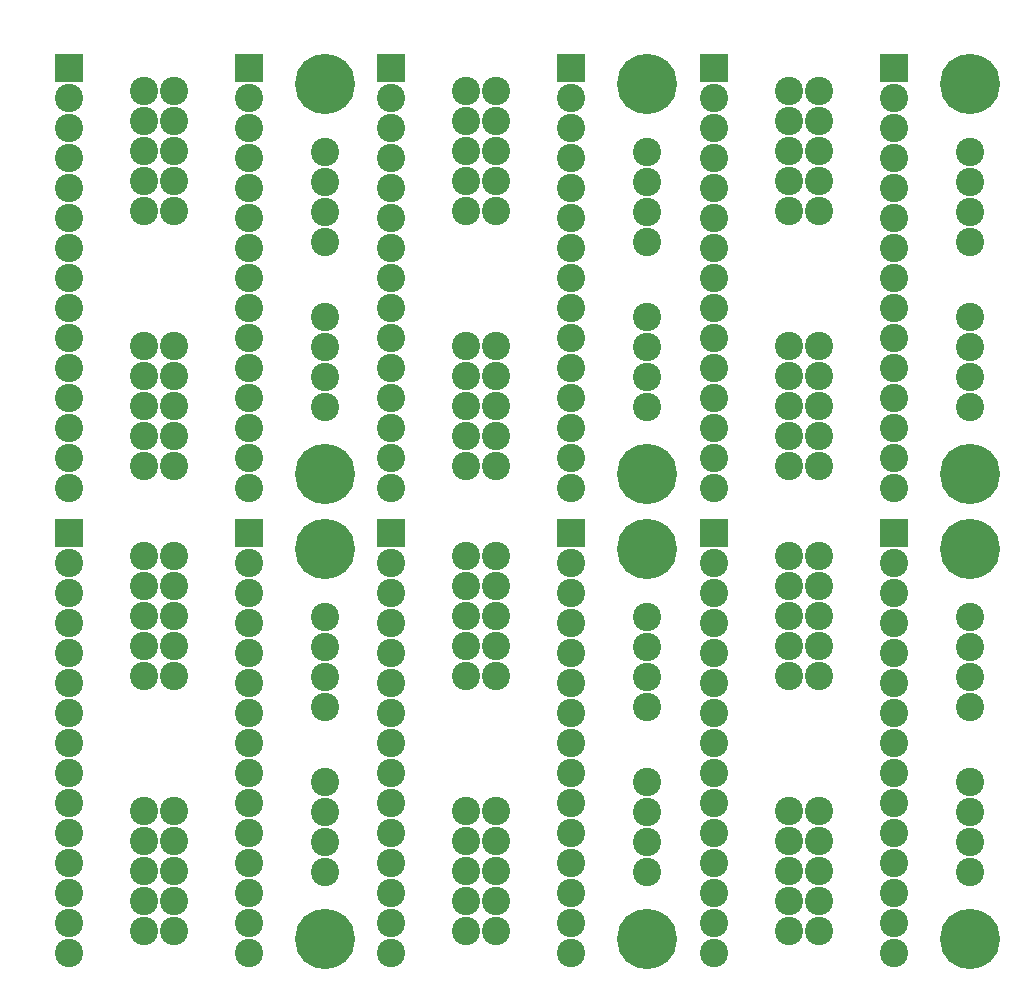
<source format=gbr>
%FSLAX34Y34*%
%MOMM*%
%LNSOLDERMASK_BOTTOM*%
G71*
G01*
%ADD10C, 2.400*%
%ADD11C, 5.100*%
%LPD*%
G36*
X25300Y-31596D02*
X49300Y-31596D01*
X49300Y-55596D01*
X25300Y-55596D01*
X25300Y-31596D01*
G37*
G36*
X177700Y-31596D02*
X201700Y-31596D01*
X201700Y-55596D01*
X177700Y-55596D01*
X177700Y-31596D01*
G37*
X37300Y-68996D02*
G54D10*
D03*
X37300Y-94396D02*
G54D10*
D03*
X37300Y-119742D02*
G54D10*
D03*
X37300Y-145196D02*
G54D10*
D03*
X37300Y-170596D02*
G54D10*
D03*
X37300Y-195996D02*
G54D10*
D03*
X37300Y-221396D02*
G54D10*
D03*
X37300Y-246796D02*
G54D10*
D03*
X37300Y-272196D02*
G54D10*
D03*
X37300Y-297596D02*
G54D10*
D03*
X37300Y-322996D02*
G54D10*
D03*
X37300Y-348396D02*
G54D10*
D03*
X37300Y-373796D02*
G54D10*
D03*
X37300Y-399196D02*
G54D10*
D03*
X189700Y-399196D02*
G54D10*
D03*
X189700Y-373796D02*
G54D10*
D03*
X189700Y-348396D02*
G54D10*
D03*
X189700Y-322996D02*
G54D10*
D03*
X189700Y-297596D02*
G54D10*
D03*
X189700Y-272196D02*
G54D10*
D03*
X189700Y-246796D02*
G54D10*
D03*
X189700Y-221396D02*
G54D10*
D03*
X189700Y-195996D02*
G54D10*
D03*
X189700Y-170596D02*
G54D10*
D03*
X189700Y-145196D02*
G54D10*
D03*
X189700Y-119796D02*
G54D10*
D03*
X189700Y-94396D02*
G54D10*
D03*
X189700Y-68996D02*
G54D10*
D03*
X100800Y-62646D02*
G54D10*
D03*
X126200Y-62646D02*
G54D10*
D03*
X126200Y-88046D02*
G54D10*
D03*
X100800Y-88046D02*
G54D10*
D03*
X100800Y-113446D02*
G54D10*
D03*
X100800Y-138846D02*
G54D10*
D03*
X100800Y-164246D02*
G54D10*
D03*
X126200Y-164246D02*
G54D10*
D03*
X126200Y-138846D02*
G54D10*
D03*
X126200Y-113446D02*
G54D10*
D03*
X100800Y-278546D02*
G54D10*
D03*
X126200Y-278546D02*
G54D10*
D03*
X126200Y-303946D02*
G54D10*
D03*
X100800Y-303946D02*
G54D10*
D03*
X100800Y-329346D02*
G54D10*
D03*
X126200Y-329346D02*
G54D10*
D03*
X126200Y-354746D02*
G54D10*
D03*
X100800Y-354746D02*
G54D10*
D03*
X100800Y-380146D02*
G54D10*
D03*
X126200Y-380146D02*
G54D10*
D03*
X254000Y-190500D02*
G54D10*
D03*
X254000Y-165100D02*
G54D10*
D03*
X254000Y-139700D02*
G54D10*
D03*
X254000Y-114300D02*
G54D10*
D03*
X254000Y-330200D02*
G54D10*
D03*
X254000Y-304800D02*
G54D10*
D03*
X254000Y-279400D02*
G54D10*
D03*
X254000Y-254000D02*
G54D10*
D03*
X254000Y-190500D02*
G54D10*
D03*
X254000Y-330200D02*
G54D10*
D03*
X254000Y-387350D02*
G54D11*
D03*
X254000Y-57150D02*
G54D11*
D03*
G36*
X298350Y-31596D02*
X322350Y-31596D01*
X322350Y-55596D01*
X298350Y-55596D01*
X298350Y-31596D01*
G37*
G36*
X450750Y-31596D02*
X474750Y-31596D01*
X474750Y-55596D01*
X450750Y-55596D01*
X450750Y-31596D01*
G37*
X310350Y-68996D02*
G54D10*
D03*
X310350Y-94396D02*
G54D10*
D03*
X310350Y-119742D02*
G54D10*
D03*
X310350Y-145196D02*
G54D10*
D03*
X310350Y-170596D02*
G54D10*
D03*
X310350Y-195996D02*
G54D10*
D03*
X310350Y-221396D02*
G54D10*
D03*
X310350Y-246796D02*
G54D10*
D03*
X310350Y-272196D02*
G54D10*
D03*
X310350Y-297596D02*
G54D10*
D03*
X310350Y-322996D02*
G54D10*
D03*
X310350Y-348396D02*
G54D10*
D03*
X310350Y-373796D02*
G54D10*
D03*
X310350Y-399196D02*
G54D10*
D03*
X462750Y-399196D02*
G54D10*
D03*
X462750Y-373796D02*
G54D10*
D03*
X462750Y-348396D02*
G54D10*
D03*
X462750Y-322996D02*
G54D10*
D03*
X462750Y-297596D02*
G54D10*
D03*
X462750Y-272196D02*
G54D10*
D03*
X462750Y-246796D02*
G54D10*
D03*
X462750Y-221396D02*
G54D10*
D03*
X462750Y-195996D02*
G54D10*
D03*
X462750Y-170596D02*
G54D10*
D03*
X462750Y-145196D02*
G54D10*
D03*
X462750Y-119796D02*
G54D10*
D03*
X462750Y-94396D02*
G54D10*
D03*
X462750Y-68996D02*
G54D10*
D03*
X373850Y-62646D02*
G54D10*
D03*
X399250Y-62646D02*
G54D10*
D03*
X399250Y-88046D02*
G54D10*
D03*
X373850Y-88046D02*
G54D10*
D03*
X373850Y-113446D02*
G54D10*
D03*
X373850Y-138846D02*
G54D10*
D03*
X373850Y-164246D02*
G54D10*
D03*
X399250Y-164246D02*
G54D10*
D03*
X399250Y-138846D02*
G54D10*
D03*
X399250Y-113446D02*
G54D10*
D03*
X373850Y-278546D02*
G54D10*
D03*
X399250Y-278546D02*
G54D10*
D03*
X399250Y-303946D02*
G54D10*
D03*
X373850Y-303946D02*
G54D10*
D03*
X373850Y-329346D02*
G54D10*
D03*
X399250Y-329346D02*
G54D10*
D03*
X399250Y-354746D02*
G54D10*
D03*
X373850Y-354746D02*
G54D10*
D03*
X373850Y-380146D02*
G54D10*
D03*
X399250Y-380146D02*
G54D10*
D03*
X527050Y-190500D02*
G54D10*
D03*
X527050Y-165100D02*
G54D10*
D03*
X527050Y-139700D02*
G54D10*
D03*
X527050Y-114300D02*
G54D10*
D03*
X527050Y-330200D02*
G54D10*
D03*
X527050Y-304800D02*
G54D10*
D03*
X527050Y-279400D02*
G54D10*
D03*
X527050Y-254000D02*
G54D10*
D03*
X527050Y-190500D02*
G54D10*
D03*
X527050Y-330200D02*
G54D10*
D03*
X527050Y-387350D02*
G54D11*
D03*
X527050Y-57150D02*
G54D11*
D03*
G36*
X571400Y-31596D02*
X595400Y-31596D01*
X595400Y-55596D01*
X571400Y-55596D01*
X571400Y-31596D01*
G37*
G36*
X723800Y-31596D02*
X747800Y-31596D01*
X747800Y-55596D01*
X723800Y-55596D01*
X723800Y-31596D01*
G37*
X583400Y-68996D02*
G54D10*
D03*
X583400Y-94396D02*
G54D10*
D03*
X583400Y-119742D02*
G54D10*
D03*
X583400Y-145196D02*
G54D10*
D03*
X583400Y-170596D02*
G54D10*
D03*
X583400Y-195996D02*
G54D10*
D03*
X583400Y-221396D02*
G54D10*
D03*
X583400Y-246796D02*
G54D10*
D03*
X583400Y-272196D02*
G54D10*
D03*
X583400Y-297596D02*
G54D10*
D03*
X583400Y-322996D02*
G54D10*
D03*
X583400Y-348396D02*
G54D10*
D03*
X583400Y-373796D02*
G54D10*
D03*
X583400Y-399196D02*
G54D10*
D03*
X735800Y-399196D02*
G54D10*
D03*
X735800Y-373796D02*
G54D10*
D03*
X735800Y-348396D02*
G54D10*
D03*
X735800Y-322996D02*
G54D10*
D03*
X735800Y-297596D02*
G54D10*
D03*
X735800Y-272196D02*
G54D10*
D03*
X735800Y-246796D02*
G54D10*
D03*
X735800Y-221396D02*
G54D10*
D03*
X735800Y-195996D02*
G54D10*
D03*
X735800Y-170596D02*
G54D10*
D03*
X735800Y-145196D02*
G54D10*
D03*
X735800Y-119796D02*
G54D10*
D03*
X735800Y-94396D02*
G54D10*
D03*
X735800Y-68996D02*
G54D10*
D03*
X646900Y-62646D02*
G54D10*
D03*
X672300Y-62646D02*
G54D10*
D03*
X672300Y-88046D02*
G54D10*
D03*
X646900Y-88046D02*
G54D10*
D03*
X646900Y-113446D02*
G54D10*
D03*
X646900Y-138846D02*
G54D10*
D03*
X646900Y-164246D02*
G54D10*
D03*
X672300Y-164246D02*
G54D10*
D03*
X672300Y-138846D02*
G54D10*
D03*
X672300Y-113446D02*
G54D10*
D03*
X646900Y-278546D02*
G54D10*
D03*
X672300Y-278546D02*
G54D10*
D03*
X672300Y-303946D02*
G54D10*
D03*
X646900Y-303946D02*
G54D10*
D03*
X646900Y-329346D02*
G54D10*
D03*
X672300Y-329346D02*
G54D10*
D03*
X672300Y-354746D02*
G54D10*
D03*
X646900Y-354746D02*
G54D10*
D03*
X646900Y-380146D02*
G54D10*
D03*
X672300Y-380146D02*
G54D10*
D03*
X800100Y-190500D02*
G54D10*
D03*
X800100Y-165100D02*
G54D10*
D03*
X800100Y-139700D02*
G54D10*
D03*
X800100Y-114300D02*
G54D10*
D03*
X800100Y-330200D02*
G54D10*
D03*
X800100Y-304800D02*
G54D10*
D03*
X800100Y-279400D02*
G54D10*
D03*
X800100Y-254000D02*
G54D10*
D03*
X800100Y-190500D02*
G54D10*
D03*
X800100Y-330200D02*
G54D10*
D03*
X800100Y-387350D02*
G54D11*
D03*
X800100Y-57150D02*
G54D11*
D03*
G36*
X25300Y-425296D02*
X49300Y-425296D01*
X49300Y-449296D01*
X25300Y-449296D01*
X25300Y-425296D01*
G37*
G36*
X177700Y-425296D02*
X201700Y-425296D01*
X201700Y-449296D01*
X177700Y-449296D01*
X177700Y-425296D01*
G37*
X37300Y-462696D02*
G54D10*
D03*
X37300Y-488096D02*
G54D10*
D03*
X37300Y-513442D02*
G54D10*
D03*
X37300Y-538896D02*
G54D10*
D03*
X37300Y-564296D02*
G54D10*
D03*
X37300Y-589696D02*
G54D10*
D03*
X37300Y-615096D02*
G54D10*
D03*
X37300Y-640496D02*
G54D10*
D03*
X37300Y-665896D02*
G54D10*
D03*
X37300Y-691296D02*
G54D10*
D03*
X37300Y-716696D02*
G54D10*
D03*
X37300Y-742096D02*
G54D10*
D03*
X37300Y-767496D02*
G54D10*
D03*
X37300Y-792896D02*
G54D10*
D03*
X189700Y-792896D02*
G54D10*
D03*
X189700Y-767496D02*
G54D10*
D03*
X189700Y-742096D02*
G54D10*
D03*
X189700Y-716696D02*
G54D10*
D03*
X189700Y-691296D02*
G54D10*
D03*
X189700Y-665896D02*
G54D10*
D03*
X189700Y-640496D02*
G54D10*
D03*
X189700Y-615096D02*
G54D10*
D03*
X189700Y-589696D02*
G54D10*
D03*
X189700Y-564296D02*
G54D10*
D03*
X189700Y-538896D02*
G54D10*
D03*
X189700Y-513496D02*
G54D10*
D03*
X189700Y-488096D02*
G54D10*
D03*
X189700Y-462696D02*
G54D10*
D03*
X100800Y-456346D02*
G54D10*
D03*
X126200Y-456346D02*
G54D10*
D03*
X126200Y-481746D02*
G54D10*
D03*
X100800Y-481746D02*
G54D10*
D03*
X100800Y-507146D02*
G54D10*
D03*
X100800Y-532546D02*
G54D10*
D03*
X100800Y-557946D02*
G54D10*
D03*
X126200Y-557946D02*
G54D10*
D03*
X126200Y-532546D02*
G54D10*
D03*
X126200Y-507146D02*
G54D10*
D03*
X100800Y-672246D02*
G54D10*
D03*
X126200Y-672246D02*
G54D10*
D03*
X126200Y-697646D02*
G54D10*
D03*
X100800Y-697646D02*
G54D10*
D03*
X100800Y-723046D02*
G54D10*
D03*
X126200Y-723046D02*
G54D10*
D03*
X126200Y-748446D02*
G54D10*
D03*
X100800Y-748446D02*
G54D10*
D03*
X100800Y-773846D02*
G54D10*
D03*
X126200Y-773846D02*
G54D10*
D03*
X254000Y-584200D02*
G54D10*
D03*
X254000Y-558800D02*
G54D10*
D03*
X254000Y-533400D02*
G54D10*
D03*
X254000Y-508000D02*
G54D10*
D03*
X254000Y-723900D02*
G54D10*
D03*
X254000Y-698500D02*
G54D10*
D03*
X254000Y-673100D02*
G54D10*
D03*
X254000Y-647700D02*
G54D10*
D03*
X254000Y-584200D02*
G54D10*
D03*
X254000Y-723900D02*
G54D10*
D03*
X254000Y-781050D02*
G54D11*
D03*
X254000Y-450850D02*
G54D11*
D03*
G36*
X298350Y-425296D02*
X322350Y-425296D01*
X322350Y-449296D01*
X298350Y-449296D01*
X298350Y-425296D01*
G37*
G36*
X450750Y-425296D02*
X474750Y-425296D01*
X474750Y-449296D01*
X450750Y-449296D01*
X450750Y-425296D01*
G37*
X310350Y-462696D02*
G54D10*
D03*
X310350Y-488096D02*
G54D10*
D03*
X310350Y-513442D02*
G54D10*
D03*
X310350Y-538896D02*
G54D10*
D03*
X310350Y-564296D02*
G54D10*
D03*
X310350Y-589696D02*
G54D10*
D03*
X310350Y-615096D02*
G54D10*
D03*
X310350Y-640496D02*
G54D10*
D03*
X310350Y-665896D02*
G54D10*
D03*
X310350Y-691296D02*
G54D10*
D03*
X310350Y-716696D02*
G54D10*
D03*
X310350Y-742096D02*
G54D10*
D03*
X310350Y-767496D02*
G54D10*
D03*
X310350Y-792896D02*
G54D10*
D03*
X462750Y-792896D02*
G54D10*
D03*
X462750Y-767496D02*
G54D10*
D03*
X462750Y-742096D02*
G54D10*
D03*
X462750Y-716696D02*
G54D10*
D03*
X462750Y-691296D02*
G54D10*
D03*
X462750Y-665896D02*
G54D10*
D03*
X462750Y-640496D02*
G54D10*
D03*
X462750Y-615096D02*
G54D10*
D03*
X462750Y-589696D02*
G54D10*
D03*
X462750Y-564296D02*
G54D10*
D03*
X462750Y-538896D02*
G54D10*
D03*
X462750Y-513496D02*
G54D10*
D03*
X462750Y-488096D02*
G54D10*
D03*
X462750Y-462696D02*
G54D10*
D03*
X373850Y-456346D02*
G54D10*
D03*
X399250Y-456346D02*
G54D10*
D03*
X399250Y-481746D02*
G54D10*
D03*
X373850Y-481746D02*
G54D10*
D03*
X373850Y-507146D02*
G54D10*
D03*
X373850Y-532546D02*
G54D10*
D03*
X373850Y-557946D02*
G54D10*
D03*
X399250Y-557946D02*
G54D10*
D03*
X399250Y-532546D02*
G54D10*
D03*
X399250Y-507146D02*
G54D10*
D03*
X373850Y-672246D02*
G54D10*
D03*
X399250Y-672246D02*
G54D10*
D03*
X399250Y-697646D02*
G54D10*
D03*
X373850Y-697646D02*
G54D10*
D03*
X373850Y-723046D02*
G54D10*
D03*
X399250Y-723046D02*
G54D10*
D03*
X399250Y-748446D02*
G54D10*
D03*
X373850Y-748446D02*
G54D10*
D03*
X373850Y-773846D02*
G54D10*
D03*
X399250Y-773846D02*
G54D10*
D03*
X527050Y-584200D02*
G54D10*
D03*
X527050Y-558800D02*
G54D10*
D03*
X527050Y-533400D02*
G54D10*
D03*
X527050Y-508000D02*
G54D10*
D03*
X527050Y-723900D02*
G54D10*
D03*
X527050Y-698500D02*
G54D10*
D03*
X527050Y-673100D02*
G54D10*
D03*
X527050Y-647700D02*
G54D10*
D03*
X527050Y-584200D02*
G54D10*
D03*
X527050Y-723900D02*
G54D10*
D03*
X527050Y-781050D02*
G54D11*
D03*
X527050Y-450850D02*
G54D11*
D03*
G36*
X571400Y-425296D02*
X595400Y-425296D01*
X595400Y-449296D01*
X571400Y-449296D01*
X571400Y-425296D01*
G37*
G36*
X723800Y-425296D02*
X747800Y-425296D01*
X747800Y-449296D01*
X723800Y-449296D01*
X723800Y-425296D01*
G37*
X583400Y-462696D02*
G54D10*
D03*
X583400Y-488096D02*
G54D10*
D03*
X583400Y-513442D02*
G54D10*
D03*
X583400Y-538896D02*
G54D10*
D03*
X583400Y-564296D02*
G54D10*
D03*
X583400Y-589696D02*
G54D10*
D03*
X583400Y-615096D02*
G54D10*
D03*
X583400Y-640496D02*
G54D10*
D03*
X583400Y-665896D02*
G54D10*
D03*
X583400Y-691296D02*
G54D10*
D03*
X583400Y-716696D02*
G54D10*
D03*
X583400Y-742096D02*
G54D10*
D03*
X583400Y-767496D02*
G54D10*
D03*
X583400Y-792896D02*
G54D10*
D03*
X735800Y-792896D02*
G54D10*
D03*
X735800Y-767496D02*
G54D10*
D03*
X735800Y-742096D02*
G54D10*
D03*
X735800Y-716696D02*
G54D10*
D03*
X735800Y-691296D02*
G54D10*
D03*
X735800Y-665896D02*
G54D10*
D03*
X735800Y-640496D02*
G54D10*
D03*
X735800Y-615096D02*
G54D10*
D03*
X735800Y-589696D02*
G54D10*
D03*
X735800Y-564296D02*
G54D10*
D03*
X735800Y-538896D02*
G54D10*
D03*
X735800Y-513496D02*
G54D10*
D03*
X735800Y-488096D02*
G54D10*
D03*
X735800Y-462696D02*
G54D10*
D03*
X646900Y-456346D02*
G54D10*
D03*
X672300Y-456346D02*
G54D10*
D03*
X672300Y-481746D02*
G54D10*
D03*
X646900Y-481746D02*
G54D10*
D03*
X646900Y-507146D02*
G54D10*
D03*
X646900Y-532546D02*
G54D10*
D03*
X646900Y-557946D02*
G54D10*
D03*
X672300Y-557946D02*
G54D10*
D03*
X672300Y-532546D02*
G54D10*
D03*
X672300Y-507146D02*
G54D10*
D03*
X646900Y-672246D02*
G54D10*
D03*
X672300Y-672246D02*
G54D10*
D03*
X672300Y-697646D02*
G54D10*
D03*
X646900Y-697646D02*
G54D10*
D03*
X646900Y-723046D02*
G54D10*
D03*
X672300Y-723046D02*
G54D10*
D03*
X672300Y-748446D02*
G54D10*
D03*
X646900Y-748446D02*
G54D10*
D03*
X646900Y-773846D02*
G54D10*
D03*
X672300Y-773846D02*
G54D10*
D03*
X800100Y-584200D02*
G54D10*
D03*
X800100Y-558800D02*
G54D10*
D03*
X800100Y-533400D02*
G54D10*
D03*
X800100Y-508000D02*
G54D10*
D03*
X800100Y-723900D02*
G54D10*
D03*
X800100Y-698500D02*
G54D10*
D03*
X800100Y-673100D02*
G54D10*
D03*
X800100Y-647700D02*
G54D10*
D03*
X800100Y-584200D02*
G54D10*
D03*
X800100Y-723900D02*
G54D10*
D03*
X800100Y-781050D02*
G54D11*
D03*
X800100Y-450850D02*
G54D11*
D03*
M02*

</source>
